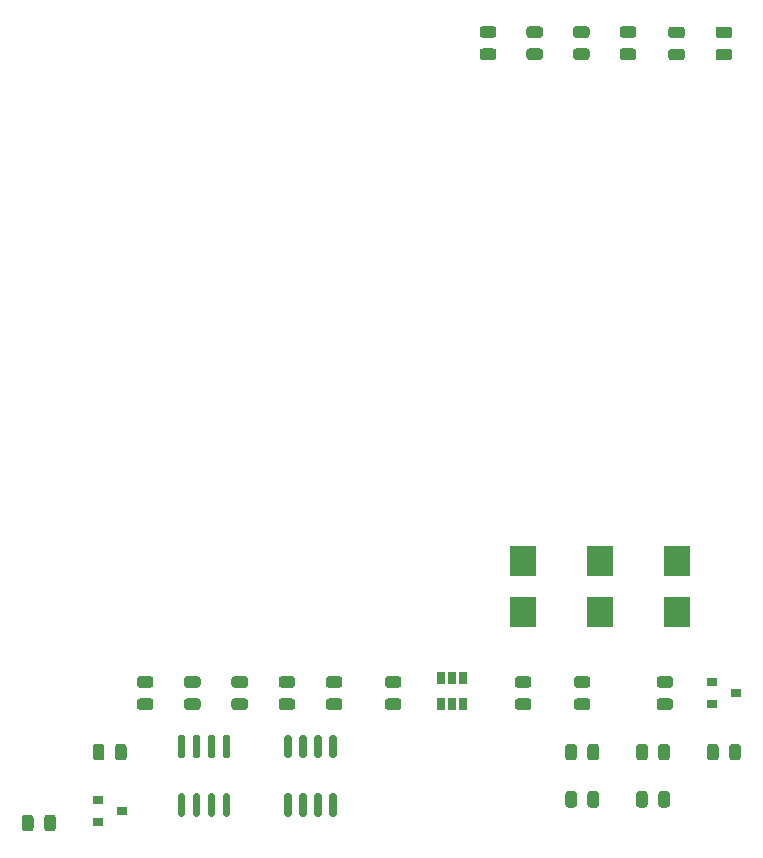
<source format=gbr>
%TF.GenerationSoftware,KiCad,Pcbnew,(5.1.6)-1*%
%TF.CreationDate,2021-10-20T19:30:18-05:00*%
%TF.ProjectId,Jeep JTEC,4a656570-204a-4544-9543-2e6b69636164,rev?*%
%TF.SameCoordinates,Original*%
%TF.FileFunction,Paste,Top*%
%TF.FilePolarity,Positive*%
%FSLAX46Y46*%
G04 Gerber Fmt 4.6, Leading zero omitted, Abs format (unit mm)*
G04 Created by KiCad (PCBNEW (5.1.6)-1) date 2021-10-20 19:30:18*
%MOMM*%
%LPD*%
G01*
G04 APERTURE LIST*
%ADD10R,2.300000X2.500000*%
%ADD11R,0.650000X1.060000*%
%ADD12R,0.900000X0.800000*%
G04 APERTURE END LIST*
D10*
%TO.C,D4*%
X252000000Y-103850000D03*
X252000000Y-108150000D03*
%TD*%
%TO.C,D3*%
X245550000Y-103850000D03*
X245550000Y-108150000D03*
%TD*%
%TO.C,D2*%
X239000000Y-103850000D03*
X239000000Y-108150000D03*
%TD*%
D11*
%TO.C,U2*%
X233000000Y-113720000D03*
X232050000Y-113720000D03*
X233950000Y-113720000D03*
X233950000Y-115920000D03*
X233000000Y-115920000D03*
X232050000Y-115920000D03*
%TD*%
%TO.C,R19*%
G36*
G01*
X198450000Y-126456250D02*
X198450000Y-125543750D01*
G75*
G02*
X198693750Y-125300000I243750J0D01*
G01*
X199181250Y-125300000D01*
G75*
G02*
X199425000Y-125543750I0J-243750D01*
G01*
X199425000Y-126456250D01*
G75*
G02*
X199181250Y-126700000I-243750J0D01*
G01*
X198693750Y-126700000D01*
G75*
G02*
X198450000Y-126456250I0J243750D01*
G01*
G37*
G36*
G01*
X196575000Y-126456250D02*
X196575000Y-125543750D01*
G75*
G02*
X196818750Y-125300000I243750J0D01*
G01*
X197306250Y-125300000D01*
G75*
G02*
X197550000Y-125543750I0J-243750D01*
G01*
X197550000Y-126456250D01*
G75*
G02*
X197306250Y-126700000I-243750J0D01*
G01*
X196818750Y-126700000D01*
G75*
G02*
X196575000Y-126456250I0J243750D01*
G01*
G37*
%TD*%
%TO.C,U1*%
G36*
G01*
X219245000Y-120500000D02*
X218945000Y-120500000D01*
G75*
G02*
X218795000Y-120350000I0J150000D01*
G01*
X218795000Y-118700000D01*
G75*
G02*
X218945000Y-118550000I150000J0D01*
G01*
X219245000Y-118550000D01*
G75*
G02*
X219395000Y-118700000I0J-150000D01*
G01*
X219395000Y-120350000D01*
G75*
G02*
X219245000Y-120500000I-150000J0D01*
G01*
G37*
G36*
G01*
X220515000Y-120500000D02*
X220215000Y-120500000D01*
G75*
G02*
X220065000Y-120350000I0J150000D01*
G01*
X220065000Y-118700000D01*
G75*
G02*
X220215000Y-118550000I150000J0D01*
G01*
X220515000Y-118550000D01*
G75*
G02*
X220665000Y-118700000I0J-150000D01*
G01*
X220665000Y-120350000D01*
G75*
G02*
X220515000Y-120500000I-150000J0D01*
G01*
G37*
G36*
G01*
X221785000Y-120500000D02*
X221485000Y-120500000D01*
G75*
G02*
X221335000Y-120350000I0J150000D01*
G01*
X221335000Y-118700000D01*
G75*
G02*
X221485000Y-118550000I150000J0D01*
G01*
X221785000Y-118550000D01*
G75*
G02*
X221935000Y-118700000I0J-150000D01*
G01*
X221935000Y-120350000D01*
G75*
G02*
X221785000Y-120500000I-150000J0D01*
G01*
G37*
G36*
G01*
X223055000Y-120500000D02*
X222755000Y-120500000D01*
G75*
G02*
X222605000Y-120350000I0J150000D01*
G01*
X222605000Y-118700000D01*
G75*
G02*
X222755000Y-118550000I150000J0D01*
G01*
X223055000Y-118550000D01*
G75*
G02*
X223205000Y-118700000I0J-150000D01*
G01*
X223205000Y-120350000D01*
G75*
G02*
X223055000Y-120500000I-150000J0D01*
G01*
G37*
G36*
G01*
X223055000Y-125450000D02*
X222755000Y-125450000D01*
G75*
G02*
X222605000Y-125300000I0J150000D01*
G01*
X222605000Y-123650000D01*
G75*
G02*
X222755000Y-123500000I150000J0D01*
G01*
X223055000Y-123500000D01*
G75*
G02*
X223205000Y-123650000I0J-150000D01*
G01*
X223205000Y-125300000D01*
G75*
G02*
X223055000Y-125450000I-150000J0D01*
G01*
G37*
G36*
G01*
X221785000Y-125450000D02*
X221485000Y-125450000D01*
G75*
G02*
X221335000Y-125300000I0J150000D01*
G01*
X221335000Y-123650000D01*
G75*
G02*
X221485000Y-123500000I150000J0D01*
G01*
X221785000Y-123500000D01*
G75*
G02*
X221935000Y-123650000I0J-150000D01*
G01*
X221935000Y-125300000D01*
G75*
G02*
X221785000Y-125450000I-150000J0D01*
G01*
G37*
G36*
G01*
X220515000Y-125450000D02*
X220215000Y-125450000D01*
G75*
G02*
X220065000Y-125300000I0J150000D01*
G01*
X220065000Y-123650000D01*
G75*
G02*
X220215000Y-123500000I150000J0D01*
G01*
X220515000Y-123500000D01*
G75*
G02*
X220665000Y-123650000I0J-150000D01*
G01*
X220665000Y-125300000D01*
G75*
G02*
X220515000Y-125450000I-150000J0D01*
G01*
G37*
G36*
G01*
X219245000Y-125450000D02*
X218945000Y-125450000D01*
G75*
G02*
X218795000Y-125300000I0J150000D01*
G01*
X218795000Y-123650000D01*
G75*
G02*
X218945000Y-123500000I150000J0D01*
G01*
X219245000Y-123500000D01*
G75*
G02*
X219395000Y-123650000I0J-150000D01*
G01*
X219395000Y-125300000D01*
G75*
G02*
X219245000Y-125450000I-150000J0D01*
G01*
G37*
%TD*%
%TO.C,R18*%
G36*
G01*
X250450000Y-124456250D02*
X250450000Y-123543750D01*
G75*
G02*
X250693750Y-123300000I243750J0D01*
G01*
X251181250Y-123300000D01*
G75*
G02*
X251425000Y-123543750I0J-243750D01*
G01*
X251425000Y-124456250D01*
G75*
G02*
X251181250Y-124700000I-243750J0D01*
G01*
X250693750Y-124700000D01*
G75*
G02*
X250450000Y-124456250I0J243750D01*
G01*
G37*
G36*
G01*
X248575000Y-124456250D02*
X248575000Y-123543750D01*
G75*
G02*
X248818750Y-123300000I243750J0D01*
G01*
X249306250Y-123300000D01*
G75*
G02*
X249550000Y-123543750I0J-243750D01*
G01*
X249550000Y-124456250D01*
G75*
G02*
X249306250Y-124700000I-243750J0D01*
G01*
X248818750Y-124700000D01*
G75*
G02*
X248575000Y-124456250I0J243750D01*
G01*
G37*
%TD*%
%TO.C,R17*%
G36*
G01*
X252456250Y-59550000D02*
X251543750Y-59550000D01*
G75*
G02*
X251300000Y-59306250I0J243750D01*
G01*
X251300000Y-58818750D01*
G75*
G02*
X251543750Y-58575000I243750J0D01*
G01*
X252456250Y-58575000D01*
G75*
G02*
X252700000Y-58818750I0J-243750D01*
G01*
X252700000Y-59306250D01*
G75*
G02*
X252456250Y-59550000I-243750J0D01*
G01*
G37*
G36*
G01*
X252456250Y-61425000D02*
X251543750Y-61425000D01*
G75*
G02*
X251300000Y-61181250I0J243750D01*
G01*
X251300000Y-60693750D01*
G75*
G02*
X251543750Y-60450000I243750J0D01*
G01*
X252456250Y-60450000D01*
G75*
G02*
X252700000Y-60693750I0J-243750D01*
G01*
X252700000Y-61181250D01*
G75*
G02*
X252456250Y-61425000I-243750J0D01*
G01*
G37*
%TD*%
%TO.C,R16*%
G36*
G01*
X248336250Y-59520000D02*
X247423750Y-59520000D01*
G75*
G02*
X247180000Y-59276250I0J243750D01*
G01*
X247180000Y-58788750D01*
G75*
G02*
X247423750Y-58545000I243750J0D01*
G01*
X248336250Y-58545000D01*
G75*
G02*
X248580000Y-58788750I0J-243750D01*
G01*
X248580000Y-59276250D01*
G75*
G02*
X248336250Y-59520000I-243750J0D01*
G01*
G37*
G36*
G01*
X248336250Y-61395000D02*
X247423750Y-61395000D01*
G75*
G02*
X247180000Y-61151250I0J243750D01*
G01*
X247180000Y-60663750D01*
G75*
G02*
X247423750Y-60420000I243750J0D01*
G01*
X248336250Y-60420000D01*
G75*
G02*
X248580000Y-60663750I0J-243750D01*
G01*
X248580000Y-61151250D01*
G75*
G02*
X248336250Y-61395000I-243750J0D01*
G01*
G37*
%TD*%
%TO.C,R15*%
G36*
G01*
X244386250Y-59520000D02*
X243473750Y-59520000D01*
G75*
G02*
X243230000Y-59276250I0J243750D01*
G01*
X243230000Y-58788750D01*
G75*
G02*
X243473750Y-58545000I243750J0D01*
G01*
X244386250Y-58545000D01*
G75*
G02*
X244630000Y-58788750I0J-243750D01*
G01*
X244630000Y-59276250D01*
G75*
G02*
X244386250Y-59520000I-243750J0D01*
G01*
G37*
G36*
G01*
X244386250Y-61395000D02*
X243473750Y-61395000D01*
G75*
G02*
X243230000Y-61151250I0J243750D01*
G01*
X243230000Y-60663750D01*
G75*
G02*
X243473750Y-60420000I243750J0D01*
G01*
X244386250Y-60420000D01*
G75*
G02*
X244630000Y-60663750I0J-243750D01*
G01*
X244630000Y-61151250D01*
G75*
G02*
X244386250Y-61395000I-243750J0D01*
G01*
G37*
%TD*%
%TO.C,R14*%
G36*
G01*
X256456250Y-59550000D02*
X255543750Y-59550000D01*
G75*
G02*
X255300000Y-59306250I0J243750D01*
G01*
X255300000Y-58818750D01*
G75*
G02*
X255543750Y-58575000I243750J0D01*
G01*
X256456250Y-58575000D01*
G75*
G02*
X256700000Y-58818750I0J-243750D01*
G01*
X256700000Y-59306250D01*
G75*
G02*
X256456250Y-59550000I-243750J0D01*
G01*
G37*
G36*
G01*
X256456250Y-61425000D02*
X255543750Y-61425000D01*
G75*
G02*
X255300000Y-61181250I0J243750D01*
G01*
X255300000Y-60693750D01*
G75*
G02*
X255543750Y-60450000I243750J0D01*
G01*
X256456250Y-60450000D01*
G75*
G02*
X256700000Y-60693750I0J-243750D01*
G01*
X256700000Y-61181250D01*
G75*
G02*
X256456250Y-61425000I-243750J0D01*
G01*
G37*
%TD*%
%TO.C,R13*%
G36*
G01*
X240436250Y-59520000D02*
X239523750Y-59520000D01*
G75*
G02*
X239280000Y-59276250I0J243750D01*
G01*
X239280000Y-58788750D01*
G75*
G02*
X239523750Y-58545000I243750J0D01*
G01*
X240436250Y-58545000D01*
G75*
G02*
X240680000Y-58788750I0J-243750D01*
G01*
X240680000Y-59276250D01*
G75*
G02*
X240436250Y-59520000I-243750J0D01*
G01*
G37*
G36*
G01*
X240436250Y-61395000D02*
X239523750Y-61395000D01*
G75*
G02*
X239280000Y-61151250I0J243750D01*
G01*
X239280000Y-60663750D01*
G75*
G02*
X239523750Y-60420000I243750J0D01*
G01*
X240436250Y-60420000D01*
G75*
G02*
X240680000Y-60663750I0J-243750D01*
G01*
X240680000Y-61151250D01*
G75*
G02*
X240436250Y-61395000I-243750J0D01*
G01*
G37*
%TD*%
%TO.C,R12*%
G36*
G01*
X236486250Y-59520000D02*
X235573750Y-59520000D01*
G75*
G02*
X235330000Y-59276250I0J243750D01*
G01*
X235330000Y-58788750D01*
G75*
G02*
X235573750Y-58545000I243750J0D01*
G01*
X236486250Y-58545000D01*
G75*
G02*
X236730000Y-58788750I0J-243750D01*
G01*
X236730000Y-59276250D01*
G75*
G02*
X236486250Y-59520000I-243750J0D01*
G01*
G37*
G36*
G01*
X236486250Y-61395000D02*
X235573750Y-61395000D01*
G75*
G02*
X235330000Y-61151250I0J243750D01*
G01*
X235330000Y-60663750D01*
G75*
G02*
X235573750Y-60420000I243750J0D01*
G01*
X236486250Y-60420000D01*
G75*
G02*
X236730000Y-60663750I0J-243750D01*
G01*
X236730000Y-61151250D01*
G75*
G02*
X236486250Y-61395000I-243750J0D01*
G01*
G37*
%TD*%
%TO.C,R11*%
G36*
G01*
X244450000Y-124456250D02*
X244450000Y-123543750D01*
G75*
G02*
X244693750Y-123300000I243750J0D01*
G01*
X245181250Y-123300000D01*
G75*
G02*
X245425000Y-123543750I0J-243750D01*
G01*
X245425000Y-124456250D01*
G75*
G02*
X245181250Y-124700000I-243750J0D01*
G01*
X244693750Y-124700000D01*
G75*
G02*
X244450000Y-124456250I0J243750D01*
G01*
G37*
G36*
G01*
X242575000Y-124456250D02*
X242575000Y-123543750D01*
G75*
G02*
X242818750Y-123300000I243750J0D01*
G01*
X243306250Y-123300000D01*
G75*
G02*
X243550000Y-123543750I0J-243750D01*
G01*
X243550000Y-124456250D01*
G75*
G02*
X243306250Y-124700000I-243750J0D01*
G01*
X242818750Y-124700000D01*
G75*
G02*
X242575000Y-124456250I0J243750D01*
G01*
G37*
%TD*%
%TO.C,R10*%
G36*
G01*
X251456250Y-114550000D02*
X250543750Y-114550000D01*
G75*
G02*
X250300000Y-114306250I0J243750D01*
G01*
X250300000Y-113818750D01*
G75*
G02*
X250543750Y-113575000I243750J0D01*
G01*
X251456250Y-113575000D01*
G75*
G02*
X251700000Y-113818750I0J-243750D01*
G01*
X251700000Y-114306250D01*
G75*
G02*
X251456250Y-114550000I-243750J0D01*
G01*
G37*
G36*
G01*
X251456250Y-116425000D02*
X250543750Y-116425000D01*
G75*
G02*
X250300000Y-116181250I0J243750D01*
G01*
X250300000Y-115693750D01*
G75*
G02*
X250543750Y-115450000I243750J0D01*
G01*
X251456250Y-115450000D01*
G75*
G02*
X251700000Y-115693750I0J-243750D01*
G01*
X251700000Y-116181250D01*
G75*
G02*
X251456250Y-116425000I-243750J0D01*
G01*
G37*
%TD*%
%TO.C,R9*%
G36*
G01*
X250450000Y-120456250D02*
X250450000Y-119543750D01*
G75*
G02*
X250693750Y-119300000I243750J0D01*
G01*
X251181250Y-119300000D01*
G75*
G02*
X251425000Y-119543750I0J-243750D01*
G01*
X251425000Y-120456250D01*
G75*
G02*
X251181250Y-120700000I-243750J0D01*
G01*
X250693750Y-120700000D01*
G75*
G02*
X250450000Y-120456250I0J243750D01*
G01*
G37*
G36*
G01*
X248575000Y-120456250D02*
X248575000Y-119543750D01*
G75*
G02*
X248818750Y-119300000I243750J0D01*
G01*
X249306250Y-119300000D01*
G75*
G02*
X249550000Y-119543750I0J-243750D01*
G01*
X249550000Y-120456250D01*
G75*
G02*
X249306250Y-120700000I-243750J0D01*
G01*
X248818750Y-120700000D01*
G75*
G02*
X248575000Y-120456250I0J243750D01*
G01*
G37*
%TD*%
%TO.C,R8*%
G36*
G01*
X244456250Y-114550000D02*
X243543750Y-114550000D01*
G75*
G02*
X243300000Y-114306250I0J243750D01*
G01*
X243300000Y-113818750D01*
G75*
G02*
X243543750Y-113575000I243750J0D01*
G01*
X244456250Y-113575000D01*
G75*
G02*
X244700000Y-113818750I0J-243750D01*
G01*
X244700000Y-114306250D01*
G75*
G02*
X244456250Y-114550000I-243750J0D01*
G01*
G37*
G36*
G01*
X244456250Y-116425000D02*
X243543750Y-116425000D01*
G75*
G02*
X243300000Y-116181250I0J243750D01*
G01*
X243300000Y-115693750D01*
G75*
G02*
X243543750Y-115450000I243750J0D01*
G01*
X244456250Y-115450000D01*
G75*
G02*
X244700000Y-115693750I0J-243750D01*
G01*
X244700000Y-116181250D01*
G75*
G02*
X244456250Y-116425000I-243750J0D01*
G01*
G37*
%TD*%
%TO.C,R7*%
G36*
G01*
X244450000Y-120456250D02*
X244450000Y-119543750D01*
G75*
G02*
X244693750Y-119300000I243750J0D01*
G01*
X245181250Y-119300000D01*
G75*
G02*
X245425000Y-119543750I0J-243750D01*
G01*
X245425000Y-120456250D01*
G75*
G02*
X245181250Y-120700000I-243750J0D01*
G01*
X244693750Y-120700000D01*
G75*
G02*
X244450000Y-120456250I0J243750D01*
G01*
G37*
G36*
G01*
X242575000Y-120456250D02*
X242575000Y-119543750D01*
G75*
G02*
X242818750Y-119300000I243750J0D01*
G01*
X243306250Y-119300000D01*
G75*
G02*
X243550000Y-119543750I0J-243750D01*
G01*
X243550000Y-120456250D01*
G75*
G02*
X243306250Y-120700000I-243750J0D01*
G01*
X242818750Y-120700000D01*
G75*
G02*
X242575000Y-120456250I0J243750D01*
G01*
G37*
%TD*%
%TO.C,R6*%
G36*
G01*
X219456250Y-114550000D02*
X218543750Y-114550000D01*
G75*
G02*
X218300000Y-114306250I0J243750D01*
G01*
X218300000Y-113818750D01*
G75*
G02*
X218543750Y-113575000I243750J0D01*
G01*
X219456250Y-113575000D01*
G75*
G02*
X219700000Y-113818750I0J-243750D01*
G01*
X219700000Y-114306250D01*
G75*
G02*
X219456250Y-114550000I-243750J0D01*
G01*
G37*
G36*
G01*
X219456250Y-116425000D02*
X218543750Y-116425000D01*
G75*
G02*
X218300000Y-116181250I0J243750D01*
G01*
X218300000Y-115693750D01*
G75*
G02*
X218543750Y-115450000I243750J0D01*
G01*
X219456250Y-115450000D01*
G75*
G02*
X219700000Y-115693750I0J-243750D01*
G01*
X219700000Y-116181250D01*
G75*
G02*
X219456250Y-116425000I-243750J0D01*
G01*
G37*
%TD*%
%TO.C,R5*%
G36*
G01*
X256450000Y-120456250D02*
X256450000Y-119543750D01*
G75*
G02*
X256693750Y-119300000I243750J0D01*
G01*
X257181250Y-119300000D01*
G75*
G02*
X257425000Y-119543750I0J-243750D01*
G01*
X257425000Y-120456250D01*
G75*
G02*
X257181250Y-120700000I-243750J0D01*
G01*
X256693750Y-120700000D01*
G75*
G02*
X256450000Y-120456250I0J243750D01*
G01*
G37*
G36*
G01*
X254575000Y-120456250D02*
X254575000Y-119543750D01*
G75*
G02*
X254818750Y-119300000I243750J0D01*
G01*
X255306250Y-119300000D01*
G75*
G02*
X255550000Y-119543750I0J-243750D01*
G01*
X255550000Y-120456250D01*
G75*
G02*
X255306250Y-120700000I-243750J0D01*
G01*
X254818750Y-120700000D01*
G75*
G02*
X254575000Y-120456250I0J243750D01*
G01*
G37*
%TD*%
%TO.C,R4*%
G36*
G01*
X215456250Y-114550000D02*
X214543750Y-114550000D01*
G75*
G02*
X214300000Y-114306250I0J243750D01*
G01*
X214300000Y-113818750D01*
G75*
G02*
X214543750Y-113575000I243750J0D01*
G01*
X215456250Y-113575000D01*
G75*
G02*
X215700000Y-113818750I0J-243750D01*
G01*
X215700000Y-114306250D01*
G75*
G02*
X215456250Y-114550000I-243750J0D01*
G01*
G37*
G36*
G01*
X215456250Y-116425000D02*
X214543750Y-116425000D01*
G75*
G02*
X214300000Y-116181250I0J243750D01*
G01*
X214300000Y-115693750D01*
G75*
G02*
X214543750Y-115450000I243750J0D01*
G01*
X215456250Y-115450000D01*
G75*
G02*
X215700000Y-115693750I0J-243750D01*
G01*
X215700000Y-116181250D01*
G75*
G02*
X215456250Y-116425000I-243750J0D01*
G01*
G37*
%TD*%
%TO.C,R3*%
G36*
G01*
X211456250Y-114550000D02*
X210543750Y-114550000D01*
G75*
G02*
X210300000Y-114306250I0J243750D01*
G01*
X210300000Y-113818750D01*
G75*
G02*
X210543750Y-113575000I243750J0D01*
G01*
X211456250Y-113575000D01*
G75*
G02*
X211700000Y-113818750I0J-243750D01*
G01*
X211700000Y-114306250D01*
G75*
G02*
X211456250Y-114550000I-243750J0D01*
G01*
G37*
G36*
G01*
X211456250Y-116425000D02*
X210543750Y-116425000D01*
G75*
G02*
X210300000Y-116181250I0J243750D01*
G01*
X210300000Y-115693750D01*
G75*
G02*
X210543750Y-115450000I243750J0D01*
G01*
X211456250Y-115450000D01*
G75*
G02*
X211700000Y-115693750I0J-243750D01*
G01*
X211700000Y-116181250D01*
G75*
G02*
X211456250Y-116425000I-243750J0D01*
G01*
G37*
%TD*%
%TO.C,R2*%
G36*
G01*
X204450000Y-120456250D02*
X204450000Y-119543750D01*
G75*
G02*
X204693750Y-119300000I243750J0D01*
G01*
X205181250Y-119300000D01*
G75*
G02*
X205425000Y-119543750I0J-243750D01*
G01*
X205425000Y-120456250D01*
G75*
G02*
X205181250Y-120700000I-243750J0D01*
G01*
X204693750Y-120700000D01*
G75*
G02*
X204450000Y-120456250I0J243750D01*
G01*
G37*
G36*
G01*
X202575000Y-120456250D02*
X202575000Y-119543750D01*
G75*
G02*
X202818750Y-119300000I243750J0D01*
G01*
X203306250Y-119300000D01*
G75*
G02*
X203550000Y-119543750I0J-243750D01*
G01*
X203550000Y-120456250D01*
G75*
G02*
X203306250Y-120700000I-243750J0D01*
G01*
X202818750Y-120700000D01*
G75*
G02*
X202575000Y-120456250I0J243750D01*
G01*
G37*
%TD*%
%TO.C,R1*%
G36*
G01*
X207456250Y-114550000D02*
X206543750Y-114550000D01*
G75*
G02*
X206300000Y-114306250I0J243750D01*
G01*
X206300000Y-113818750D01*
G75*
G02*
X206543750Y-113575000I243750J0D01*
G01*
X207456250Y-113575000D01*
G75*
G02*
X207700000Y-113818750I0J-243750D01*
G01*
X207700000Y-114306250D01*
G75*
G02*
X207456250Y-114550000I-243750J0D01*
G01*
G37*
G36*
G01*
X207456250Y-116425000D02*
X206543750Y-116425000D01*
G75*
G02*
X206300000Y-116181250I0J243750D01*
G01*
X206300000Y-115693750D01*
G75*
G02*
X206543750Y-115450000I243750J0D01*
G01*
X207456250Y-115450000D01*
G75*
G02*
X207700000Y-115693750I0J-243750D01*
G01*
X207700000Y-116181250D01*
G75*
G02*
X207456250Y-116425000I-243750J0D01*
G01*
G37*
%TD*%
%TO.C,Q2*%
G36*
G01*
X210245000Y-120500000D02*
X209945000Y-120500000D01*
G75*
G02*
X209795000Y-120350000I0J150000D01*
G01*
X209795000Y-118700000D01*
G75*
G02*
X209945000Y-118550000I150000J0D01*
G01*
X210245000Y-118550000D01*
G75*
G02*
X210395000Y-118700000I0J-150000D01*
G01*
X210395000Y-120350000D01*
G75*
G02*
X210245000Y-120500000I-150000J0D01*
G01*
G37*
G36*
G01*
X211515000Y-120500000D02*
X211215000Y-120500000D01*
G75*
G02*
X211065000Y-120350000I0J150000D01*
G01*
X211065000Y-118700000D01*
G75*
G02*
X211215000Y-118550000I150000J0D01*
G01*
X211515000Y-118550000D01*
G75*
G02*
X211665000Y-118700000I0J-150000D01*
G01*
X211665000Y-120350000D01*
G75*
G02*
X211515000Y-120500000I-150000J0D01*
G01*
G37*
G36*
G01*
X212785000Y-120500000D02*
X212485000Y-120500000D01*
G75*
G02*
X212335000Y-120350000I0J150000D01*
G01*
X212335000Y-118700000D01*
G75*
G02*
X212485000Y-118550000I150000J0D01*
G01*
X212785000Y-118550000D01*
G75*
G02*
X212935000Y-118700000I0J-150000D01*
G01*
X212935000Y-120350000D01*
G75*
G02*
X212785000Y-120500000I-150000J0D01*
G01*
G37*
G36*
G01*
X214055000Y-120500000D02*
X213755000Y-120500000D01*
G75*
G02*
X213605000Y-120350000I0J150000D01*
G01*
X213605000Y-118700000D01*
G75*
G02*
X213755000Y-118550000I150000J0D01*
G01*
X214055000Y-118550000D01*
G75*
G02*
X214205000Y-118700000I0J-150000D01*
G01*
X214205000Y-120350000D01*
G75*
G02*
X214055000Y-120500000I-150000J0D01*
G01*
G37*
G36*
G01*
X214055000Y-125450000D02*
X213755000Y-125450000D01*
G75*
G02*
X213605000Y-125300000I0J150000D01*
G01*
X213605000Y-123650000D01*
G75*
G02*
X213755000Y-123500000I150000J0D01*
G01*
X214055000Y-123500000D01*
G75*
G02*
X214205000Y-123650000I0J-150000D01*
G01*
X214205000Y-125300000D01*
G75*
G02*
X214055000Y-125450000I-150000J0D01*
G01*
G37*
G36*
G01*
X212785000Y-125450000D02*
X212485000Y-125450000D01*
G75*
G02*
X212335000Y-125300000I0J150000D01*
G01*
X212335000Y-123650000D01*
G75*
G02*
X212485000Y-123500000I150000J0D01*
G01*
X212785000Y-123500000D01*
G75*
G02*
X212935000Y-123650000I0J-150000D01*
G01*
X212935000Y-125300000D01*
G75*
G02*
X212785000Y-125450000I-150000J0D01*
G01*
G37*
G36*
G01*
X211515000Y-125450000D02*
X211215000Y-125450000D01*
G75*
G02*
X211065000Y-125300000I0J150000D01*
G01*
X211065000Y-123650000D01*
G75*
G02*
X211215000Y-123500000I150000J0D01*
G01*
X211515000Y-123500000D01*
G75*
G02*
X211665000Y-123650000I0J-150000D01*
G01*
X211665000Y-125300000D01*
G75*
G02*
X211515000Y-125450000I-150000J0D01*
G01*
G37*
G36*
G01*
X210245000Y-125450000D02*
X209945000Y-125450000D01*
G75*
G02*
X209795000Y-125300000I0J150000D01*
G01*
X209795000Y-123650000D01*
G75*
G02*
X209945000Y-123500000I150000J0D01*
G01*
X210245000Y-123500000D01*
G75*
G02*
X210395000Y-123650000I0J-150000D01*
G01*
X210395000Y-125300000D01*
G75*
G02*
X210245000Y-125450000I-150000J0D01*
G01*
G37*
%TD*%
D12*
%TO.C,Q1*%
X205000000Y-125000000D03*
X203000000Y-125950000D03*
X203000000Y-124050000D03*
%TD*%
%TO.C,D1*%
X257000000Y-115000000D03*
X255000000Y-115950000D03*
X255000000Y-114050000D03*
%TD*%
%TO.C,C6*%
G36*
G01*
X239456250Y-114550000D02*
X238543750Y-114550000D01*
G75*
G02*
X238300000Y-114306250I0J243750D01*
G01*
X238300000Y-113818750D01*
G75*
G02*
X238543750Y-113575000I243750J0D01*
G01*
X239456250Y-113575000D01*
G75*
G02*
X239700000Y-113818750I0J-243750D01*
G01*
X239700000Y-114306250D01*
G75*
G02*
X239456250Y-114550000I-243750J0D01*
G01*
G37*
G36*
G01*
X239456250Y-116425000D02*
X238543750Y-116425000D01*
G75*
G02*
X238300000Y-116181250I0J243750D01*
G01*
X238300000Y-115693750D01*
G75*
G02*
X238543750Y-115450000I243750J0D01*
G01*
X239456250Y-115450000D01*
G75*
G02*
X239700000Y-115693750I0J-243750D01*
G01*
X239700000Y-116181250D01*
G75*
G02*
X239456250Y-116425000I-243750J0D01*
G01*
G37*
%TD*%
%TO.C,C5*%
G36*
G01*
X228456250Y-114550000D02*
X227543750Y-114550000D01*
G75*
G02*
X227300000Y-114306250I0J243750D01*
G01*
X227300000Y-113818750D01*
G75*
G02*
X227543750Y-113575000I243750J0D01*
G01*
X228456250Y-113575000D01*
G75*
G02*
X228700000Y-113818750I0J-243750D01*
G01*
X228700000Y-114306250D01*
G75*
G02*
X228456250Y-114550000I-243750J0D01*
G01*
G37*
G36*
G01*
X228456250Y-116425000D02*
X227543750Y-116425000D01*
G75*
G02*
X227300000Y-116181250I0J243750D01*
G01*
X227300000Y-115693750D01*
G75*
G02*
X227543750Y-115450000I243750J0D01*
G01*
X228456250Y-115450000D01*
G75*
G02*
X228700000Y-115693750I0J-243750D01*
G01*
X228700000Y-116181250D01*
G75*
G02*
X228456250Y-116425000I-243750J0D01*
G01*
G37*
%TD*%
%TO.C,C4*%
G36*
G01*
X223456250Y-114550000D02*
X222543750Y-114550000D01*
G75*
G02*
X222300000Y-114306250I0J243750D01*
G01*
X222300000Y-113818750D01*
G75*
G02*
X222543750Y-113575000I243750J0D01*
G01*
X223456250Y-113575000D01*
G75*
G02*
X223700000Y-113818750I0J-243750D01*
G01*
X223700000Y-114306250D01*
G75*
G02*
X223456250Y-114550000I-243750J0D01*
G01*
G37*
G36*
G01*
X223456250Y-116425000D02*
X222543750Y-116425000D01*
G75*
G02*
X222300000Y-116181250I0J243750D01*
G01*
X222300000Y-115693750D01*
G75*
G02*
X222543750Y-115450000I243750J0D01*
G01*
X223456250Y-115450000D01*
G75*
G02*
X223700000Y-115693750I0J-243750D01*
G01*
X223700000Y-116181250D01*
G75*
G02*
X223456250Y-116425000I-243750J0D01*
G01*
G37*
%TD*%
M02*

</source>
